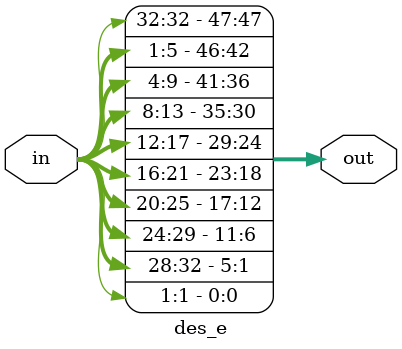
<source format=v>
module des_e(
    input wire [1:32] in,
    output wire [1:48] out
);
    assign out[1] = in[32];
    assign out[2] = in[1];
    assign out[3] = in[2];
    assign out[4] = in[3];
    assign out[5] = in[4];
    assign out[6] = in[5];
    assign out[7] = in[4];
    assign out[8] = in[5];
    assign out[9] = in[6];
    assign out[10] = in[7];
    assign out[11] = in[8];
    assign out[12] = in[9];
    assign out[13] = in[8];
    assign out[14] = in[9];
    assign out[15] = in[10];
    assign out[16] = in[11];
    assign out[17] = in[12];
    assign out[18] = in[13];
    assign out[19] = in[12];
    assign out[20] = in[13];
    assign out[21] = in[14];
    assign out[22] = in[15];
    assign out[23] = in[16];
    assign out[24] = in[17];
    assign out[25] = in[16];
    assign out[26] = in[17];
    assign out[27] = in[18];
    assign out[28] = in[19];
    assign out[29] = in[20];
    assign out[30] = in[21];
    assign out[31] = in[20];
    assign out[32] = in[21];
    assign out[33] = in[22];
    assign out[34] = in[23];
    assign out[35] = in[24];
    assign out[36] = in[25];
    assign out[37] = in[24];
    assign out[38] = in[25];
    assign out[39] = in[26];
    assign out[40] = in[27];
    assign out[41] = in[28];
    assign out[42] = in[29];
    assign out[43] = in[28];
    assign out[44] = in[29];
    assign out[45] = in[30];
    assign out[46] = in[31];
    assign out[47] = in[32];
    assign out[48] = in[1];
endmodule
</source>
